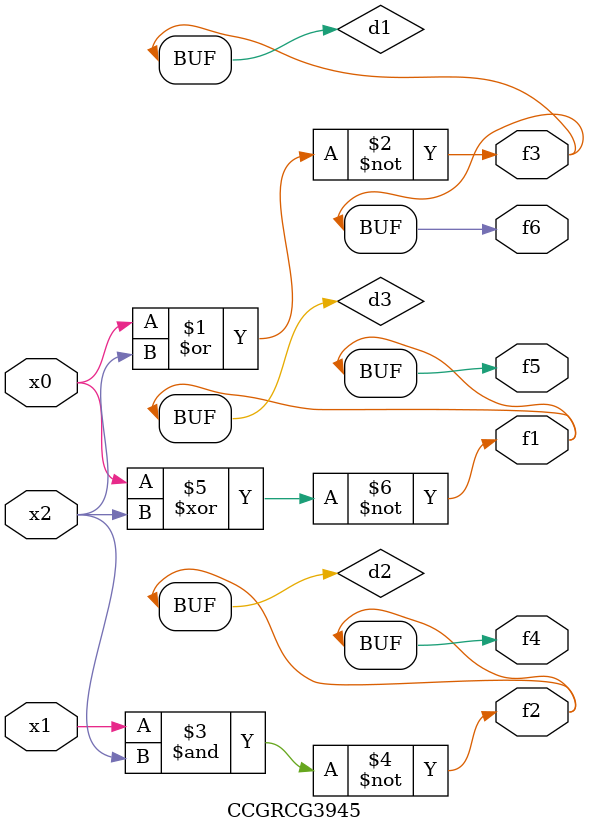
<source format=v>
module CCGRCG3945(
	input x0, x1, x2,
	output f1, f2, f3, f4, f5, f6
);

	wire d1, d2, d3;

	nor (d1, x0, x2);
	nand (d2, x1, x2);
	xnor (d3, x0, x2);
	assign f1 = d3;
	assign f2 = d2;
	assign f3 = d1;
	assign f4 = d2;
	assign f5 = d3;
	assign f6 = d1;
endmodule

</source>
